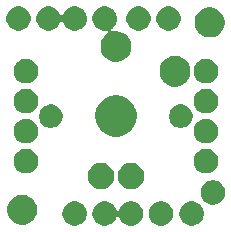
<source format=gbr>
G04 #@! TF.GenerationSoftware,KiCad,Pcbnew,(5.1.2)-1*
G04 #@! TF.CreationDate,2019-10-23T14:11:39-07:00*
G04 #@! TF.ProjectId,SparkFun-Cherry-MX-Switch-Breakout,53706172-6b46-4756-9e2d-436865727279,rev?*
G04 #@! TF.SameCoordinates,Original*
G04 #@! TF.FileFunction,Soldermask,Top*
G04 #@! TF.FilePolarity,Negative*
%FSLAX46Y46*%
G04 Gerber Fmt 4.6, Leading zero omitted, Abs format (unit mm)*
G04 Created by KiCad (PCBNEW (5.1.2)-1) date 2019-10-23 14:11:39*
%MOMM*%
%LPD*%
G04 APERTURE LIST*
%ADD10C,0.101600*%
G04 APERTURE END LIST*
D10*
G36*
X156717265Y-107253620D02*
G01*
X156906788Y-107332123D01*
X157077354Y-107446092D01*
X157222408Y-107591146D01*
X157222409Y-107591148D01*
X157336378Y-107761714D01*
X157414880Y-107951235D01*
X157437033Y-108062604D01*
X157454900Y-108152431D01*
X157454900Y-108357569D01*
X157414880Y-108558765D01*
X157336377Y-108748288D01*
X157222408Y-108918854D01*
X157077354Y-109063908D01*
X156906788Y-109177877D01*
X156906787Y-109177878D01*
X156906786Y-109177878D01*
X156717265Y-109256380D01*
X156516070Y-109296400D01*
X156310930Y-109296400D01*
X156109735Y-109256380D01*
X155920214Y-109177878D01*
X155920213Y-109177878D01*
X155920212Y-109177877D01*
X155749646Y-109063908D01*
X155604592Y-108918854D01*
X155490623Y-108748288D01*
X155412120Y-108558765D01*
X155372100Y-108357569D01*
X155372100Y-108152431D01*
X155389968Y-108062604D01*
X155412120Y-107951235D01*
X155490622Y-107761714D01*
X155604591Y-107591148D01*
X155604592Y-107591146D01*
X155749646Y-107446092D01*
X155920212Y-107332123D01*
X156109735Y-107253620D01*
X156310930Y-107213600D01*
X156516070Y-107213600D01*
X156717265Y-107253620D01*
X156717265Y-107253620D01*
G37*
G36*
X146811265Y-107253620D02*
G01*
X147000788Y-107332123D01*
X147171354Y-107446092D01*
X147316408Y-107591146D01*
X147316409Y-107591148D01*
X147430378Y-107761714D01*
X147508880Y-107951235D01*
X147531033Y-108062604D01*
X147548900Y-108152431D01*
X147548900Y-108357569D01*
X147508880Y-108558765D01*
X147430377Y-108748288D01*
X147316408Y-108918854D01*
X147171354Y-109063908D01*
X147000788Y-109177877D01*
X147000787Y-109177878D01*
X147000786Y-109177878D01*
X146811265Y-109256380D01*
X146610070Y-109296400D01*
X146404930Y-109296400D01*
X146203735Y-109256380D01*
X146014214Y-109177878D01*
X146014213Y-109177878D01*
X146014212Y-109177877D01*
X145843646Y-109063908D01*
X145698592Y-108918854D01*
X145584623Y-108748288D01*
X145506120Y-108558765D01*
X145466100Y-108357569D01*
X145466100Y-108152431D01*
X145483968Y-108062604D01*
X145506120Y-107951235D01*
X145584622Y-107761714D01*
X145698591Y-107591148D01*
X145698592Y-107591146D01*
X145843646Y-107446092D01*
X146014212Y-107332123D01*
X146203735Y-107253620D01*
X146404930Y-107213600D01*
X146610070Y-107213600D01*
X146811265Y-107253620D01*
X146811265Y-107253620D01*
G37*
G36*
X149351265Y-107253620D02*
G01*
X149540788Y-107332123D01*
X149711354Y-107446092D01*
X149856408Y-107591146D01*
X149856409Y-107591148D01*
X149970378Y-107761714D01*
X150043266Y-107937682D01*
X150054817Y-107959293D01*
X150070362Y-107978234D01*
X150089304Y-107993780D01*
X150110915Y-108005331D01*
X150134364Y-108012444D01*
X150158750Y-108014846D01*
X150183136Y-108012444D01*
X150206585Y-108005331D01*
X150228196Y-107993780D01*
X150247137Y-107978235D01*
X150262683Y-107959293D01*
X150274234Y-107937682D01*
X150347122Y-107761714D01*
X150461091Y-107591148D01*
X150461092Y-107591146D01*
X150606146Y-107446092D01*
X150776712Y-107332123D01*
X150966235Y-107253620D01*
X151167430Y-107213600D01*
X151372570Y-107213600D01*
X151573765Y-107253620D01*
X151763288Y-107332123D01*
X151933854Y-107446092D01*
X152078908Y-107591146D01*
X152078909Y-107591148D01*
X152192878Y-107761714D01*
X152271380Y-107951235D01*
X152293533Y-108062604D01*
X152311400Y-108152431D01*
X152311400Y-108357569D01*
X152271380Y-108558765D01*
X152192877Y-108748288D01*
X152078908Y-108918854D01*
X151933854Y-109063908D01*
X151763288Y-109177877D01*
X151763287Y-109177878D01*
X151763286Y-109177878D01*
X151573765Y-109256380D01*
X151372570Y-109296400D01*
X151167430Y-109296400D01*
X150966235Y-109256380D01*
X150776714Y-109177878D01*
X150776713Y-109177878D01*
X150776712Y-109177877D01*
X150606146Y-109063908D01*
X150461092Y-108918854D01*
X150347123Y-108748288D01*
X150274233Y-108572317D01*
X150262683Y-108550707D01*
X150247138Y-108531766D01*
X150228196Y-108516220D01*
X150206585Y-108504669D01*
X150183136Y-108497556D01*
X150158750Y-108495154D01*
X150134364Y-108497556D01*
X150110915Y-108504669D01*
X150089304Y-108516220D01*
X150070363Y-108531765D01*
X150054817Y-108550707D01*
X150043267Y-108572317D01*
X149970377Y-108748288D01*
X149856408Y-108918854D01*
X149711354Y-109063908D01*
X149540788Y-109177877D01*
X149540787Y-109177878D01*
X149540786Y-109177878D01*
X149351265Y-109256380D01*
X149150070Y-109296400D01*
X148944930Y-109296400D01*
X148743735Y-109256380D01*
X148554214Y-109177878D01*
X148554213Y-109177878D01*
X148554212Y-109177877D01*
X148383646Y-109063908D01*
X148238592Y-108918854D01*
X148124623Y-108748288D01*
X148046120Y-108558765D01*
X148006100Y-108357569D01*
X148006100Y-108152431D01*
X148023968Y-108062604D01*
X148046120Y-107951235D01*
X148124622Y-107761714D01*
X148238591Y-107591148D01*
X148238592Y-107591146D01*
X148383646Y-107446092D01*
X148554212Y-107332123D01*
X148743735Y-107253620D01*
X148944930Y-107213600D01*
X149150070Y-107213600D01*
X149351265Y-107253620D01*
X149351265Y-107253620D01*
G37*
G36*
X154113765Y-107253620D02*
G01*
X154303288Y-107332123D01*
X154473854Y-107446092D01*
X154618908Y-107591146D01*
X154618909Y-107591148D01*
X154732878Y-107761714D01*
X154811380Y-107951235D01*
X154833533Y-108062604D01*
X154851400Y-108152431D01*
X154851400Y-108357569D01*
X154811380Y-108558765D01*
X154732877Y-108748288D01*
X154618908Y-108918854D01*
X154473854Y-109063908D01*
X154303288Y-109177877D01*
X154303287Y-109177878D01*
X154303286Y-109177878D01*
X154113765Y-109256380D01*
X153912570Y-109296400D01*
X153707430Y-109296400D01*
X153506235Y-109256380D01*
X153316714Y-109177878D01*
X153316713Y-109177878D01*
X153316712Y-109177877D01*
X153146146Y-109063908D01*
X153001092Y-108918854D01*
X152887123Y-108748288D01*
X152808620Y-108558765D01*
X152768600Y-108357569D01*
X152768600Y-108152431D01*
X152786468Y-108062604D01*
X152808620Y-107951235D01*
X152887122Y-107761714D01*
X153001091Y-107591148D01*
X153001092Y-107591146D01*
X153146146Y-107446092D01*
X153316712Y-107332123D01*
X153506235Y-107253620D01*
X153707430Y-107213600D01*
X153912570Y-107213600D01*
X154113765Y-107253620D01*
X154113765Y-107253620D01*
G37*
G36*
X142433004Y-106716112D02*
G01*
X142664164Y-106811862D01*
X142872204Y-106950870D01*
X143049130Y-107127796D01*
X143188138Y-107335836D01*
X143283888Y-107566996D01*
X143332700Y-107812395D01*
X143332700Y-108062605D01*
X143283888Y-108308004D01*
X143188138Y-108539164D01*
X143049130Y-108747204D01*
X142872204Y-108924130D01*
X142664164Y-109063138D01*
X142433004Y-109158888D01*
X142187605Y-109207700D01*
X141937395Y-109207700D01*
X141691996Y-109158888D01*
X141460836Y-109063138D01*
X141252796Y-108924130D01*
X141075870Y-108747204D01*
X140936862Y-108539164D01*
X140841112Y-108308004D01*
X140792300Y-108062605D01*
X140792300Y-107812395D01*
X140841112Y-107566996D01*
X140936862Y-107335836D01*
X141075870Y-107127796D01*
X141252796Y-106950870D01*
X141460836Y-106811862D01*
X141691996Y-106716112D01*
X141937395Y-106667300D01*
X142187605Y-106667300D01*
X142433004Y-106716112D01*
X142433004Y-106716112D01*
G37*
G36*
X158513316Y-105457569D02*
G01*
X158702839Y-105536072D01*
X158873405Y-105650041D01*
X159018459Y-105795095D01*
X159132428Y-105965661D01*
X159210931Y-106155184D01*
X159250951Y-106356380D01*
X159250951Y-106561518D01*
X159210931Y-106762714D01*
X159132428Y-106952237D01*
X159018459Y-107122803D01*
X158873405Y-107267857D01*
X158702839Y-107381826D01*
X158702838Y-107381827D01*
X158702837Y-107381827D01*
X158513316Y-107460329D01*
X158312121Y-107500349D01*
X158106981Y-107500349D01*
X157905786Y-107460329D01*
X157716265Y-107381827D01*
X157716264Y-107381827D01*
X157716263Y-107381826D01*
X157545697Y-107267857D01*
X157400643Y-107122803D01*
X157286674Y-106952237D01*
X157208171Y-106762714D01*
X157168151Y-106561518D01*
X157168151Y-106356380D01*
X157208171Y-106155184D01*
X157286674Y-105965661D01*
X157400643Y-105795095D01*
X157545697Y-105650041D01*
X157716263Y-105536072D01*
X157905786Y-105457569D01*
X158106981Y-105417549D01*
X158312121Y-105417549D01*
X158513316Y-105457569D01*
X158513316Y-105457569D01*
G37*
G36*
X148870800Y-103968512D02*
G01*
X149055992Y-104005348D01*
X149259382Y-104089595D01*
X149442429Y-104211903D01*
X149598097Y-104367571D01*
X149720405Y-104550618D01*
X149804652Y-104754008D01*
X149847600Y-104969926D01*
X149847600Y-105190074D01*
X149804652Y-105405992D01*
X149720405Y-105609382D01*
X149598097Y-105792429D01*
X149442429Y-105948097D01*
X149259382Y-106070405D01*
X149055992Y-106154652D01*
X148870800Y-106191488D01*
X148840075Y-106197600D01*
X148619925Y-106197600D01*
X148589200Y-106191488D01*
X148404008Y-106154652D01*
X148200618Y-106070405D01*
X148017571Y-105948097D01*
X147861903Y-105792429D01*
X147739595Y-105609382D01*
X147655348Y-105405992D01*
X147612400Y-105190074D01*
X147612400Y-104969926D01*
X147655348Y-104754008D01*
X147739595Y-104550618D01*
X147861903Y-104367571D01*
X148017571Y-104211903D01*
X148200618Y-104089595D01*
X148404008Y-104005348D01*
X148589200Y-103968512D01*
X148619925Y-103962400D01*
X148840075Y-103962400D01*
X148870800Y-103968512D01*
X148870800Y-103968512D01*
G37*
G36*
X151410800Y-103968512D02*
G01*
X151595992Y-104005348D01*
X151799382Y-104089595D01*
X151982429Y-104211903D01*
X152138097Y-104367571D01*
X152260405Y-104550618D01*
X152344652Y-104754008D01*
X152387600Y-104969926D01*
X152387600Y-105190074D01*
X152344652Y-105405992D01*
X152260405Y-105609382D01*
X152138097Y-105792429D01*
X151982429Y-105948097D01*
X151799382Y-106070405D01*
X151595992Y-106154652D01*
X151410800Y-106191488D01*
X151380075Y-106197600D01*
X151159925Y-106197600D01*
X151129200Y-106191488D01*
X150944008Y-106154652D01*
X150740618Y-106070405D01*
X150557571Y-105948097D01*
X150401903Y-105792429D01*
X150279595Y-105609382D01*
X150195348Y-105405992D01*
X150152400Y-105190074D01*
X150152400Y-104969926D01*
X150195348Y-104754008D01*
X150279595Y-104550618D01*
X150401903Y-104367571D01*
X150557571Y-104211903D01*
X150740618Y-104089595D01*
X150944008Y-104005348D01*
X151129200Y-103968512D01*
X151159925Y-103962400D01*
X151380075Y-103962400D01*
X151410800Y-103968512D01*
X151410800Y-103968512D01*
G37*
G36*
X142683765Y-102808620D02*
G01*
X142873288Y-102887123D01*
X143043854Y-103001092D01*
X143188908Y-103146146D01*
X143302877Y-103316712D01*
X143381380Y-103506235D01*
X143421400Y-103707431D01*
X143421400Y-103912569D01*
X143381380Y-104113765D01*
X143302877Y-104303288D01*
X143188908Y-104473854D01*
X143043854Y-104618908D01*
X142873288Y-104732877D01*
X142873287Y-104732878D01*
X142873286Y-104732878D01*
X142683765Y-104811380D01*
X142482570Y-104851400D01*
X142277430Y-104851400D01*
X142076235Y-104811380D01*
X141886714Y-104732878D01*
X141886713Y-104732878D01*
X141886712Y-104732877D01*
X141716146Y-104618908D01*
X141571092Y-104473854D01*
X141457123Y-104303288D01*
X141378620Y-104113765D01*
X141338600Y-103912569D01*
X141338600Y-103707431D01*
X141378620Y-103506235D01*
X141457123Y-103316712D01*
X141571092Y-103146146D01*
X141716146Y-103001092D01*
X141886712Y-102887123D01*
X142076235Y-102808620D01*
X142277430Y-102768600D01*
X142482570Y-102768600D01*
X142683765Y-102808620D01*
X142683765Y-102808620D01*
G37*
G36*
X157923765Y-102808620D02*
G01*
X158113288Y-102887123D01*
X158283854Y-103001092D01*
X158428908Y-103146146D01*
X158542877Y-103316712D01*
X158621380Y-103506235D01*
X158661400Y-103707431D01*
X158661400Y-103912569D01*
X158621380Y-104113765D01*
X158542877Y-104303288D01*
X158428908Y-104473854D01*
X158283854Y-104618908D01*
X158113288Y-104732877D01*
X158113287Y-104732878D01*
X158113286Y-104732878D01*
X157923765Y-104811380D01*
X157722570Y-104851400D01*
X157517430Y-104851400D01*
X157316235Y-104811380D01*
X157126714Y-104732878D01*
X157126713Y-104732878D01*
X157126712Y-104732877D01*
X156956146Y-104618908D01*
X156811092Y-104473854D01*
X156697123Y-104303288D01*
X156618620Y-104113765D01*
X156578600Y-103912569D01*
X156578600Y-103707431D01*
X156618620Y-103506235D01*
X156697123Y-103316712D01*
X156811092Y-103146146D01*
X156956146Y-103001092D01*
X157126712Y-102887123D01*
X157316235Y-102808620D01*
X157517430Y-102768600D01*
X157722570Y-102768600D01*
X157923765Y-102808620D01*
X157923765Y-102808620D01*
G37*
G36*
X157923765Y-100268620D02*
G01*
X157980164Y-100291981D01*
X158113288Y-100347123D01*
X158283854Y-100461092D01*
X158428908Y-100606146D01*
X158428909Y-100606148D01*
X158542878Y-100776714D01*
X158588591Y-100887075D01*
X158621380Y-100966235D01*
X158661400Y-101167431D01*
X158661400Y-101372569D01*
X158621380Y-101573765D01*
X158542877Y-101763288D01*
X158428908Y-101933854D01*
X158283854Y-102078908D01*
X158113288Y-102192877D01*
X158113287Y-102192878D01*
X158113286Y-102192878D01*
X157923765Y-102271380D01*
X157722570Y-102311400D01*
X157517430Y-102311400D01*
X157316235Y-102271380D01*
X157126714Y-102192878D01*
X157126713Y-102192878D01*
X157126712Y-102192877D01*
X156956146Y-102078908D01*
X156811092Y-101933854D01*
X156697123Y-101763288D01*
X156618620Y-101573765D01*
X156578600Y-101372569D01*
X156578600Y-101167431D01*
X156618620Y-100966235D01*
X156651409Y-100887075D01*
X156697122Y-100776714D01*
X156811091Y-100606148D01*
X156811092Y-100606146D01*
X156956146Y-100461092D01*
X157126712Y-100347123D01*
X157259837Y-100291981D01*
X157316235Y-100268620D01*
X157517430Y-100228600D01*
X157722570Y-100228600D01*
X157923765Y-100268620D01*
X157923765Y-100268620D01*
G37*
G36*
X142683765Y-100268620D02*
G01*
X142740164Y-100291981D01*
X142873288Y-100347123D01*
X143043854Y-100461092D01*
X143188908Y-100606146D01*
X143188909Y-100606148D01*
X143302878Y-100776714D01*
X143348591Y-100887075D01*
X143381380Y-100966235D01*
X143421400Y-101167431D01*
X143421400Y-101372569D01*
X143381380Y-101573765D01*
X143302877Y-101763288D01*
X143188908Y-101933854D01*
X143043854Y-102078908D01*
X142873288Y-102192877D01*
X142873287Y-102192878D01*
X142873286Y-102192878D01*
X142683765Y-102271380D01*
X142482570Y-102311400D01*
X142277430Y-102311400D01*
X142076235Y-102271380D01*
X141886714Y-102192878D01*
X141886713Y-102192878D01*
X141886712Y-102192877D01*
X141716146Y-102078908D01*
X141571092Y-101933854D01*
X141457123Y-101763288D01*
X141378620Y-101573765D01*
X141338600Y-101372569D01*
X141338600Y-101167431D01*
X141378620Y-100966235D01*
X141411409Y-100887075D01*
X141457122Y-100776714D01*
X141571091Y-100606148D01*
X141571092Y-100606146D01*
X141716146Y-100461092D01*
X141886712Y-100347123D01*
X142019837Y-100291981D01*
X142076235Y-100268620D01*
X142277430Y-100228600D01*
X142482570Y-100228600D01*
X142683765Y-100268620D01*
X142683765Y-100268620D01*
G37*
G36*
X150397985Y-98293860D02*
G01*
X150510748Y-98316290D01*
X150642741Y-98370963D01*
X150829408Y-98448283D01*
X151116196Y-98639909D01*
X151360091Y-98883804D01*
X151551717Y-99170592D01*
X151573543Y-99223286D01*
X151683710Y-99489252D01*
X151690990Y-99525851D01*
X151751000Y-99827540D01*
X151751000Y-100172460D01*
X151716257Y-100347122D01*
X151690990Y-100474151D01*
X151683710Y-100510747D01*
X151551717Y-100829408D01*
X151360091Y-101116196D01*
X151116196Y-101360091D01*
X150829408Y-101551717D01*
X150642741Y-101629037D01*
X150510748Y-101683710D01*
X150397985Y-101706140D01*
X150172460Y-101751000D01*
X149827540Y-101751000D01*
X149602015Y-101706140D01*
X149489252Y-101683710D01*
X149357259Y-101629037D01*
X149170592Y-101551717D01*
X148883804Y-101360091D01*
X148639909Y-101116196D01*
X148448283Y-100829408D01*
X148316290Y-100510747D01*
X148309011Y-100474151D01*
X148283743Y-100347122D01*
X148249000Y-100172460D01*
X148249000Y-99827540D01*
X148309010Y-99525851D01*
X148316290Y-99489252D01*
X148426457Y-99223286D01*
X148448283Y-99170592D01*
X148639909Y-98883804D01*
X148883804Y-98639909D01*
X149170592Y-98448283D01*
X149357259Y-98370963D01*
X149489252Y-98316290D01*
X149602015Y-98293860D01*
X149827540Y-98249000D01*
X150172460Y-98249000D01*
X150397985Y-98293860D01*
X150397985Y-98293860D01*
G37*
G36*
X155791981Y-99037468D02*
G01*
X155974151Y-99112926D01*
X156138100Y-99222473D01*
X156277527Y-99361900D01*
X156387074Y-99525849D01*
X156462532Y-99708019D01*
X156501000Y-99901410D01*
X156501000Y-100098590D01*
X156462532Y-100291981D01*
X156387074Y-100474151D01*
X156277527Y-100638100D01*
X156138100Y-100777527D01*
X155974151Y-100887074D01*
X155791981Y-100962532D01*
X155598591Y-101001000D01*
X155401409Y-101001000D01*
X155304715Y-100981766D01*
X155208019Y-100962532D01*
X155025849Y-100887074D01*
X154861900Y-100777527D01*
X154722473Y-100638100D01*
X154612926Y-100474151D01*
X154537468Y-100291981D01*
X154499000Y-100098590D01*
X154499000Y-99901410D01*
X154537468Y-99708019D01*
X154612926Y-99525849D01*
X154722473Y-99361900D01*
X154861900Y-99222473D01*
X155025849Y-99112926D01*
X155208019Y-99037468D01*
X155304715Y-99018234D01*
X155401409Y-98999000D01*
X155598591Y-98999000D01*
X155791981Y-99037468D01*
X155791981Y-99037468D01*
G37*
G36*
X144791981Y-99037468D02*
G01*
X144974151Y-99112926D01*
X145138100Y-99222473D01*
X145277527Y-99361900D01*
X145387074Y-99525849D01*
X145462532Y-99708019D01*
X145501000Y-99901410D01*
X145501000Y-100098590D01*
X145462532Y-100291981D01*
X145387074Y-100474151D01*
X145277527Y-100638100D01*
X145138100Y-100777527D01*
X144974151Y-100887074D01*
X144791981Y-100962532D01*
X144598591Y-101001000D01*
X144401409Y-101001000D01*
X144304715Y-100981766D01*
X144208019Y-100962532D01*
X144025849Y-100887074D01*
X143861900Y-100777527D01*
X143722473Y-100638100D01*
X143612926Y-100474151D01*
X143537468Y-100291981D01*
X143499000Y-100098590D01*
X143499000Y-99901410D01*
X143537468Y-99708019D01*
X143612926Y-99525849D01*
X143722473Y-99361900D01*
X143861900Y-99222473D01*
X144025849Y-99112926D01*
X144208019Y-99037468D01*
X144304715Y-99018234D01*
X144401409Y-98999000D01*
X144598591Y-98999000D01*
X144791981Y-99037468D01*
X144791981Y-99037468D01*
G37*
G36*
X142683765Y-97728620D02*
G01*
X142873288Y-97807123D01*
X143043854Y-97921092D01*
X143188908Y-98066146D01*
X143188909Y-98066148D01*
X143302878Y-98236714D01*
X143381380Y-98426235D01*
X143421400Y-98627430D01*
X143421400Y-98832570D01*
X143381380Y-99033765D01*
X143324705Y-99170592D01*
X143302877Y-99223288D01*
X143188908Y-99393854D01*
X143043854Y-99538908D01*
X142873288Y-99652877D01*
X142873287Y-99652878D01*
X142873286Y-99652878D01*
X142683765Y-99731380D01*
X142482570Y-99771400D01*
X142277430Y-99771400D01*
X142076235Y-99731380D01*
X141886714Y-99652878D01*
X141886713Y-99652878D01*
X141886712Y-99652877D01*
X141716146Y-99538908D01*
X141571092Y-99393854D01*
X141457123Y-99223288D01*
X141435296Y-99170592D01*
X141378620Y-99033765D01*
X141338600Y-98832570D01*
X141338600Y-98627430D01*
X141378620Y-98426235D01*
X141457122Y-98236714D01*
X141571091Y-98066148D01*
X141571092Y-98066146D01*
X141716146Y-97921092D01*
X141886712Y-97807123D01*
X142076235Y-97728620D01*
X142277430Y-97688600D01*
X142482570Y-97688600D01*
X142683765Y-97728620D01*
X142683765Y-97728620D01*
G37*
G36*
X157923765Y-97728620D02*
G01*
X158113288Y-97807123D01*
X158283854Y-97921092D01*
X158428908Y-98066146D01*
X158428909Y-98066148D01*
X158542878Y-98236714D01*
X158621380Y-98426235D01*
X158661400Y-98627430D01*
X158661400Y-98832570D01*
X158621380Y-99033765D01*
X158564705Y-99170592D01*
X158542877Y-99223288D01*
X158428908Y-99393854D01*
X158283854Y-99538908D01*
X158113288Y-99652877D01*
X158113287Y-99652878D01*
X158113286Y-99652878D01*
X157923765Y-99731380D01*
X157722570Y-99771400D01*
X157517430Y-99771400D01*
X157316235Y-99731380D01*
X157126714Y-99652878D01*
X157126713Y-99652878D01*
X157126712Y-99652877D01*
X156956146Y-99538908D01*
X156811092Y-99393854D01*
X156697123Y-99223288D01*
X156675296Y-99170592D01*
X156618620Y-99033765D01*
X156578600Y-98832570D01*
X156578600Y-98627430D01*
X156618620Y-98426235D01*
X156697122Y-98236714D01*
X156811091Y-98066148D01*
X156811092Y-98066146D01*
X156956146Y-97921092D01*
X157126712Y-97807123D01*
X157316235Y-97728620D01*
X157517430Y-97688600D01*
X157722570Y-97688600D01*
X157923765Y-97728620D01*
X157923765Y-97728620D01*
G37*
G36*
X155379662Y-94948419D02*
G01*
X155616537Y-95046536D01*
X155616539Y-95046537D01*
X155829722Y-95188981D01*
X156011019Y-95370278D01*
X156153463Y-95583461D01*
X156153464Y-95583463D01*
X156251581Y-95820338D01*
X156301600Y-96071802D01*
X156301600Y-96328198D01*
X156251581Y-96579662D01*
X156153464Y-96816537D01*
X156153463Y-96816539D01*
X156011019Y-97029722D01*
X155829722Y-97211019D01*
X155616539Y-97353463D01*
X155616538Y-97353464D01*
X155616537Y-97353464D01*
X155379662Y-97451581D01*
X155128198Y-97501600D01*
X154871802Y-97501600D01*
X154620338Y-97451581D01*
X154383463Y-97353464D01*
X154383462Y-97353464D01*
X154383461Y-97353463D01*
X154170278Y-97211019D01*
X153988981Y-97029722D01*
X153846537Y-96816539D01*
X153846536Y-96816537D01*
X153748419Y-96579662D01*
X153698400Y-96328198D01*
X153698400Y-96071802D01*
X153748419Y-95820338D01*
X153846536Y-95583463D01*
X153846537Y-95583461D01*
X153988981Y-95370278D01*
X154170278Y-95188981D01*
X154383461Y-95046537D01*
X154383463Y-95046536D01*
X154620338Y-94948419D01*
X154871802Y-94898400D01*
X155128198Y-94898400D01*
X155379662Y-94948419D01*
X155379662Y-94948419D01*
G37*
G36*
X157923765Y-95188620D02*
G01*
X158080313Y-95253464D01*
X158113288Y-95267123D01*
X158283854Y-95381092D01*
X158428908Y-95526146D01*
X158467206Y-95583463D01*
X158542878Y-95696714D01*
X158621380Y-95886235D01*
X158661400Y-96087430D01*
X158661400Y-96292570D01*
X158654313Y-96328198D01*
X158621380Y-96493765D01*
X158542877Y-96683288D01*
X158428908Y-96853854D01*
X158283854Y-96998908D01*
X158113288Y-97112877D01*
X158113287Y-97112878D01*
X158113286Y-97112878D01*
X157923765Y-97191380D01*
X157722570Y-97231400D01*
X157517430Y-97231400D01*
X157316235Y-97191380D01*
X157126714Y-97112878D01*
X157126713Y-97112878D01*
X157126712Y-97112877D01*
X156956146Y-96998908D01*
X156811092Y-96853854D01*
X156697123Y-96683288D01*
X156618620Y-96493765D01*
X156585687Y-96328198D01*
X156578600Y-96292570D01*
X156578600Y-96087430D01*
X156618620Y-95886235D01*
X156697122Y-95696714D01*
X156772794Y-95583463D01*
X156811092Y-95526146D01*
X156956146Y-95381092D01*
X157126712Y-95267123D01*
X157159688Y-95253464D01*
X157316235Y-95188620D01*
X157517430Y-95148600D01*
X157722570Y-95148600D01*
X157923765Y-95188620D01*
X157923765Y-95188620D01*
G37*
G36*
X142683765Y-95188620D02*
G01*
X142840313Y-95253464D01*
X142873288Y-95267123D01*
X143043854Y-95381092D01*
X143188908Y-95526146D01*
X143227206Y-95583463D01*
X143302878Y-95696714D01*
X143381380Y-95886235D01*
X143421400Y-96087430D01*
X143421400Y-96292570D01*
X143414313Y-96328198D01*
X143381380Y-96493765D01*
X143302877Y-96683288D01*
X143188908Y-96853854D01*
X143043854Y-96998908D01*
X142873288Y-97112877D01*
X142873287Y-97112878D01*
X142873286Y-97112878D01*
X142683765Y-97191380D01*
X142482570Y-97231400D01*
X142277430Y-97231400D01*
X142076235Y-97191380D01*
X141886714Y-97112878D01*
X141886713Y-97112878D01*
X141886712Y-97112877D01*
X141716146Y-96998908D01*
X141571092Y-96853854D01*
X141457123Y-96683288D01*
X141378620Y-96493765D01*
X141345687Y-96328198D01*
X141338600Y-96292570D01*
X141338600Y-96087430D01*
X141378620Y-95886235D01*
X141457122Y-95696714D01*
X141532794Y-95583463D01*
X141571092Y-95526146D01*
X141716146Y-95381092D01*
X141886712Y-95267123D01*
X141919688Y-95253464D01*
X142076235Y-95188620D01*
X142277430Y-95148600D01*
X142482570Y-95148600D01*
X142683765Y-95188620D01*
X142683765Y-95188620D01*
G37*
G36*
X149351265Y-90743620D02*
G01*
X149540788Y-90822123D01*
X149711354Y-90936092D01*
X149856408Y-91081146D01*
X149856409Y-91081148D01*
X149970378Y-91251714D01*
X150048880Y-91441235D01*
X150088900Y-91642430D01*
X150088900Y-91847570D01*
X150061533Y-91985154D01*
X150048880Y-92048765D01*
X149970377Y-92238288D01*
X149856408Y-92408854D01*
X149711354Y-92553908D01*
X149644837Y-92598353D01*
X149625898Y-92613897D01*
X149610353Y-92632839D01*
X149598802Y-92654449D01*
X149591689Y-92677898D01*
X149589287Y-92702284D01*
X149591689Y-92726670D01*
X149598802Y-92750119D01*
X149610353Y-92771730D01*
X149625899Y-92790672D01*
X149644841Y-92806217D01*
X149666451Y-92817768D01*
X149689900Y-92824881D01*
X149714286Y-92827283D01*
X149738672Y-92824881D01*
X149871802Y-92798400D01*
X150128198Y-92798400D01*
X150379662Y-92848419D01*
X150613910Y-92945448D01*
X150616539Y-92946537D01*
X150829722Y-93088981D01*
X151011019Y-93270278D01*
X151153463Y-93483461D01*
X151153464Y-93483463D01*
X151251581Y-93720338D01*
X151301600Y-93971802D01*
X151301600Y-94228198D01*
X151251581Y-94479662D01*
X151153464Y-94716537D01*
X151153463Y-94716539D01*
X151011019Y-94929722D01*
X150829722Y-95111019D01*
X150616539Y-95253463D01*
X150616538Y-95253464D01*
X150616537Y-95253464D01*
X150379662Y-95351581D01*
X150128198Y-95401600D01*
X149871802Y-95401600D01*
X149620338Y-95351581D01*
X149383463Y-95253464D01*
X149383462Y-95253464D01*
X149383461Y-95253463D01*
X149170278Y-95111019D01*
X148988981Y-94929722D01*
X148846537Y-94716539D01*
X148846536Y-94716537D01*
X148748419Y-94479662D01*
X148698400Y-94228198D01*
X148698400Y-93971802D01*
X148748419Y-93720338D01*
X148846536Y-93483463D01*
X148846537Y-93483461D01*
X148988981Y-93270278D01*
X149170278Y-93088981D01*
X149301139Y-93001542D01*
X149320076Y-92986001D01*
X149335622Y-92967059D01*
X149347173Y-92945448D01*
X149354286Y-92921999D01*
X149356688Y-92897613D01*
X149354286Y-92873227D01*
X149347173Y-92849778D01*
X149335622Y-92828167D01*
X149320077Y-92809226D01*
X149301135Y-92793680D01*
X149279524Y-92782129D01*
X149256075Y-92775016D01*
X149231689Y-92772614D01*
X149207304Y-92775016D01*
X149150071Y-92786400D01*
X148944930Y-92786400D01*
X148743735Y-92746380D01*
X148554214Y-92667878D01*
X148554213Y-92667878D01*
X148554212Y-92667877D01*
X148383646Y-92553908D01*
X148238592Y-92408854D01*
X148124623Y-92238288D01*
X148046120Y-92048765D01*
X148033467Y-91985154D01*
X148006100Y-91847570D01*
X148006100Y-91642430D01*
X148046120Y-91441235D01*
X148124622Y-91251714D01*
X148238591Y-91081148D01*
X148238592Y-91081146D01*
X148383646Y-90936092D01*
X148554212Y-90822123D01*
X148743735Y-90743620D01*
X148944930Y-90703600D01*
X149150070Y-90703600D01*
X149351265Y-90743620D01*
X149351265Y-90743620D01*
G37*
G36*
X158308004Y-90841112D02*
G01*
X158539164Y-90936862D01*
X158747204Y-91075870D01*
X158924130Y-91252796D01*
X159063138Y-91460836D01*
X159158888Y-91691996D01*
X159207700Y-91937395D01*
X159207700Y-92187605D01*
X159158888Y-92433004D01*
X159063138Y-92664164D01*
X158924130Y-92872204D01*
X158747204Y-93049130D01*
X158539164Y-93188138D01*
X158308004Y-93283888D01*
X158062605Y-93332700D01*
X157812395Y-93332700D01*
X157566996Y-93283888D01*
X157335836Y-93188138D01*
X157127796Y-93049130D01*
X156950870Y-92872204D01*
X156811862Y-92664164D01*
X156716112Y-92433004D01*
X156667300Y-92187605D01*
X156667300Y-91937395D01*
X156716112Y-91691996D01*
X156811862Y-91460836D01*
X156950870Y-91252796D01*
X157127796Y-91075870D01*
X157335836Y-90936862D01*
X157566996Y-90841112D01*
X157812395Y-90792300D01*
X158062605Y-90792300D01*
X158308004Y-90841112D01*
X158308004Y-90841112D01*
G37*
G36*
X152208765Y-90743620D02*
G01*
X152398288Y-90822123D01*
X152568854Y-90936092D01*
X152713908Y-91081146D01*
X152713909Y-91081148D01*
X152827878Y-91251714D01*
X152906380Y-91441235D01*
X152946400Y-91642430D01*
X152946400Y-91847570D01*
X152919033Y-91985154D01*
X152906380Y-92048765D01*
X152827877Y-92238288D01*
X152713908Y-92408854D01*
X152568854Y-92553908D01*
X152398288Y-92667877D01*
X152398287Y-92667878D01*
X152398286Y-92667878D01*
X152208765Y-92746380D01*
X152007570Y-92786400D01*
X151802430Y-92786400D01*
X151601235Y-92746380D01*
X151411714Y-92667878D01*
X151411713Y-92667878D01*
X151411712Y-92667877D01*
X151241146Y-92553908D01*
X151096092Y-92408854D01*
X150982123Y-92238288D01*
X150903620Y-92048765D01*
X150890967Y-91985154D01*
X150863600Y-91847570D01*
X150863600Y-91642430D01*
X150903620Y-91441235D01*
X150982122Y-91251714D01*
X151096091Y-91081148D01*
X151096092Y-91081146D01*
X151241146Y-90936092D01*
X151411712Y-90822123D01*
X151601235Y-90743620D01*
X151802430Y-90703600D01*
X152007570Y-90703600D01*
X152208765Y-90743620D01*
X152208765Y-90743620D01*
G37*
G36*
X154748765Y-90743620D02*
G01*
X154938288Y-90822123D01*
X155108854Y-90936092D01*
X155253908Y-91081146D01*
X155253909Y-91081148D01*
X155367878Y-91251714D01*
X155446380Y-91441235D01*
X155486400Y-91642430D01*
X155486400Y-91847570D01*
X155459033Y-91985154D01*
X155446380Y-92048765D01*
X155367877Y-92238288D01*
X155253908Y-92408854D01*
X155108854Y-92553908D01*
X154938288Y-92667877D01*
X154938287Y-92667878D01*
X154938286Y-92667878D01*
X154748765Y-92746380D01*
X154547570Y-92786400D01*
X154342430Y-92786400D01*
X154141235Y-92746380D01*
X153951714Y-92667878D01*
X153951713Y-92667878D01*
X153951712Y-92667877D01*
X153781146Y-92553908D01*
X153636092Y-92408854D01*
X153522123Y-92238288D01*
X153443620Y-92048765D01*
X153430967Y-91985154D01*
X153403600Y-91847570D01*
X153403600Y-91642430D01*
X153443620Y-91441235D01*
X153522122Y-91251714D01*
X153636091Y-91081148D01*
X153636092Y-91081146D01*
X153781146Y-90936092D01*
X153951712Y-90822123D01*
X154141235Y-90743620D01*
X154342430Y-90703600D01*
X154547570Y-90703600D01*
X154748765Y-90743620D01*
X154748765Y-90743620D01*
G37*
G36*
X142048765Y-90743620D02*
G01*
X142238288Y-90822123D01*
X142408854Y-90936092D01*
X142553908Y-91081146D01*
X142553909Y-91081148D01*
X142667878Y-91251714D01*
X142746380Y-91441235D01*
X142786400Y-91642430D01*
X142786400Y-91847570D01*
X142759033Y-91985154D01*
X142746380Y-92048765D01*
X142667877Y-92238288D01*
X142553908Y-92408854D01*
X142408854Y-92553908D01*
X142238288Y-92667877D01*
X142238287Y-92667878D01*
X142238286Y-92667878D01*
X142048765Y-92746380D01*
X141847570Y-92786400D01*
X141642430Y-92786400D01*
X141441235Y-92746380D01*
X141251714Y-92667878D01*
X141251713Y-92667878D01*
X141251712Y-92667877D01*
X141081146Y-92553908D01*
X140936092Y-92408854D01*
X140822123Y-92238288D01*
X140743620Y-92048765D01*
X140730967Y-91985154D01*
X140703600Y-91847570D01*
X140703600Y-91642430D01*
X140743620Y-91441235D01*
X140822122Y-91251714D01*
X140936091Y-91081148D01*
X140936092Y-91081146D01*
X141081146Y-90936092D01*
X141251712Y-90822123D01*
X141441235Y-90743620D01*
X141642430Y-90703600D01*
X141847570Y-90703600D01*
X142048765Y-90743620D01*
X142048765Y-90743620D01*
G37*
G36*
X144588765Y-90743620D02*
G01*
X144778288Y-90822123D01*
X144948854Y-90936092D01*
X145093908Y-91081146D01*
X145093909Y-91081148D01*
X145207878Y-91251714D01*
X145280766Y-91427682D01*
X145292317Y-91449293D01*
X145307862Y-91468234D01*
X145326804Y-91483780D01*
X145348415Y-91495331D01*
X145371864Y-91502444D01*
X145396250Y-91504846D01*
X145420636Y-91502444D01*
X145444085Y-91495331D01*
X145465696Y-91483780D01*
X145484637Y-91468235D01*
X145500183Y-91449293D01*
X145511734Y-91427682D01*
X145584622Y-91251714D01*
X145698591Y-91081148D01*
X145698592Y-91081146D01*
X145843646Y-90936092D01*
X146014212Y-90822123D01*
X146203735Y-90743620D01*
X146404930Y-90703600D01*
X146610070Y-90703600D01*
X146811265Y-90743620D01*
X147000788Y-90822123D01*
X147171354Y-90936092D01*
X147316408Y-91081146D01*
X147316409Y-91081148D01*
X147430378Y-91251714D01*
X147508880Y-91441235D01*
X147548900Y-91642430D01*
X147548900Y-91847570D01*
X147521533Y-91985154D01*
X147508880Y-92048765D01*
X147430377Y-92238288D01*
X147316408Y-92408854D01*
X147171354Y-92553908D01*
X147000788Y-92667877D01*
X147000787Y-92667878D01*
X147000786Y-92667878D01*
X146811265Y-92746380D01*
X146610070Y-92786400D01*
X146404930Y-92786400D01*
X146203735Y-92746380D01*
X146014214Y-92667878D01*
X146014213Y-92667878D01*
X146014212Y-92667877D01*
X145843646Y-92553908D01*
X145698592Y-92408854D01*
X145584623Y-92238288D01*
X145511733Y-92062317D01*
X145500183Y-92040707D01*
X145484638Y-92021766D01*
X145465696Y-92006220D01*
X145444085Y-91994669D01*
X145420636Y-91987556D01*
X145396250Y-91985154D01*
X145371864Y-91987556D01*
X145348415Y-91994669D01*
X145326804Y-92006220D01*
X145307863Y-92021765D01*
X145292317Y-92040707D01*
X145280767Y-92062317D01*
X145207877Y-92238288D01*
X145093908Y-92408854D01*
X144948854Y-92553908D01*
X144778288Y-92667877D01*
X144778287Y-92667878D01*
X144778286Y-92667878D01*
X144588765Y-92746380D01*
X144387570Y-92786400D01*
X144182430Y-92786400D01*
X143981235Y-92746380D01*
X143791714Y-92667878D01*
X143791713Y-92667878D01*
X143791712Y-92667877D01*
X143621146Y-92553908D01*
X143476092Y-92408854D01*
X143362123Y-92238288D01*
X143283620Y-92048765D01*
X143270967Y-91985154D01*
X143243600Y-91847570D01*
X143243600Y-91642430D01*
X143283620Y-91441235D01*
X143362122Y-91251714D01*
X143476091Y-91081148D01*
X143476092Y-91081146D01*
X143621146Y-90936092D01*
X143791712Y-90822123D01*
X143981235Y-90743620D01*
X144182430Y-90703600D01*
X144387570Y-90703600D01*
X144588765Y-90743620D01*
X144588765Y-90743620D01*
G37*
M02*

</source>
